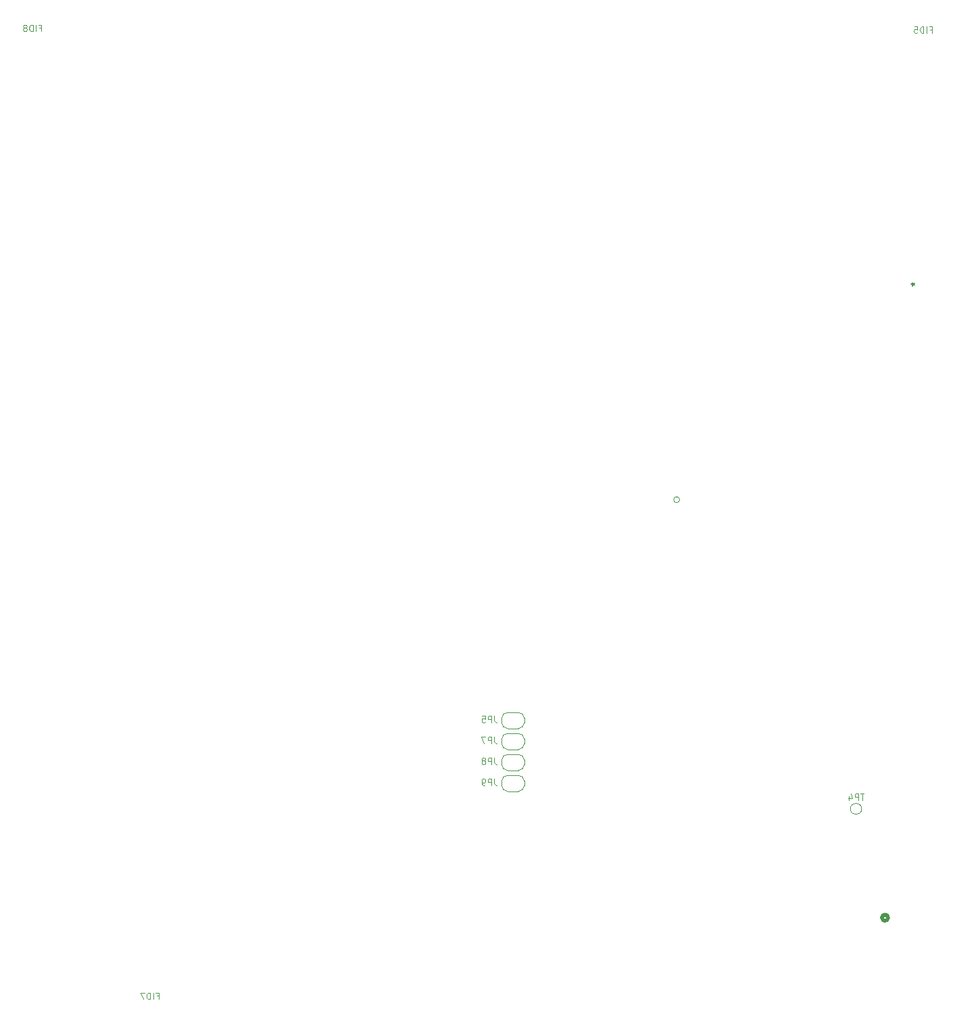
<source format=gbo>
G04 #@! TF.GenerationSoftware,KiCad,Pcbnew,7.0.6-0*
G04 #@! TF.CreationDate,2023-09-12T11:21:30-03:00*
G04 #@! TF.ProjectId,macunaima_rev2.3,6d616375-6e61-4696-9d61-5f726576322e,rev?*
G04 #@! TF.SameCoordinates,Original*
G04 #@! TF.FileFunction,Legend,Bot*
G04 #@! TF.FilePolarity,Positive*
%FSLAX46Y46*%
G04 Gerber Fmt 4.6, Leading zero omitted, Abs format (unit mm)*
G04 Created by KiCad (PCBNEW 7.0.6-0) date 2023-09-12 11:21:30*
%MOMM*%
%LPD*%
G01*
G04 APERTURE LIST*
G04 Aperture macros list*
%AMFreePoly0*
4,1,19,0.500000,-0.750000,0.000000,-0.750000,0.000000,-0.744911,-0.071157,-0.744911,-0.207708,-0.704816,-0.327430,-0.627875,-0.420627,-0.520320,-0.479746,-0.390866,-0.500000,-0.250000,-0.500000,0.250000,-0.479746,0.390866,-0.420627,0.520320,-0.327430,0.627875,-0.207708,0.704816,-0.071157,0.744911,0.000000,0.744911,0.000000,0.750000,0.500000,0.750000,0.500000,-0.750000,0.500000,-0.750000,
$1*%
%AMFreePoly1*
4,1,19,0.000000,0.744911,0.071157,0.744911,0.207708,0.704816,0.327430,0.627875,0.420627,0.520320,0.479746,0.390866,0.500000,0.250000,0.500000,-0.250000,0.479746,-0.390866,0.420627,-0.520320,0.327430,-0.627875,0.207708,-0.704816,0.071157,-0.744911,0.000000,-0.744911,0.000000,-0.750000,-0.500000,-0.750000,-0.500000,0.750000,0.000000,0.750000,0.000000,0.744911,0.000000,0.744911,
$1*%
G04 Aperture macros list end*
%ADD10C,0.150000*%
%ADD11C,0.120000*%
%ADD12C,0.508000*%
%ADD13C,2.000000*%
%ADD14R,1.700000X1.700000*%
%ADD15O,1.700000X1.700000*%
%ADD16C,2.500000*%
%ADD17C,4.000000*%
%ADD18C,4.300000*%
%ADD19C,3.200000*%
%ADD20C,1.500000*%
%ADD21C,3.000000*%
%ADD22C,1.498600*%
%ADD23R,2.000000X2.000000*%
%ADD24C,1.651000*%
%ADD25C,1.143000*%
%ADD26C,3.250000*%
%ADD27R,1.520000X1.520000*%
%ADD28C,1.520000*%
%ADD29C,1.800000*%
%ADD30FreePoly0,180.000000*%
%ADD31FreePoly1,180.000000*%
%ADD32C,1.000000*%
G04 APERTURE END LIST*
D10*
X113938098Y-32933592D02*
X114176193Y-32933592D01*
X114080955Y-33171687D02*
X114176193Y-32933592D01*
X114176193Y-32933592D02*
X114080955Y-32695497D01*
X114366669Y-33076449D02*
X114176193Y-32933592D01*
X114176193Y-32933592D02*
X114366669Y-32790735D01*
D11*
X61713239Y-87022628D02*
X61713239Y-87594056D01*
X61713239Y-87594056D02*
X61751334Y-87708342D01*
X61751334Y-87708342D02*
X61827525Y-87784533D01*
X61827525Y-87784533D02*
X61941810Y-87822628D01*
X61941810Y-87822628D02*
X62018001Y-87822628D01*
X61332286Y-87822628D02*
X61332286Y-87022628D01*
X61332286Y-87022628D02*
X61027524Y-87022628D01*
X61027524Y-87022628D02*
X60951334Y-87060723D01*
X60951334Y-87060723D02*
X60913239Y-87098818D01*
X60913239Y-87098818D02*
X60875143Y-87175009D01*
X60875143Y-87175009D02*
X60875143Y-87289294D01*
X60875143Y-87289294D02*
X60913239Y-87365485D01*
X60913239Y-87365485D02*
X60951334Y-87403580D01*
X60951334Y-87403580D02*
X61027524Y-87441675D01*
X61027524Y-87441675D02*
X61332286Y-87441675D01*
X60151334Y-87022628D02*
X60532286Y-87022628D01*
X60532286Y-87022628D02*
X60570382Y-87403580D01*
X60570382Y-87403580D02*
X60532286Y-87365485D01*
X60532286Y-87365485D02*
X60456096Y-87327390D01*
X60456096Y-87327390D02*
X60265620Y-87327390D01*
X60265620Y-87327390D02*
X60189429Y-87365485D01*
X60189429Y-87365485D02*
X60151334Y-87403580D01*
X60151334Y-87403580D02*
X60113239Y-87479771D01*
X60113239Y-87479771D02*
X60113239Y-87670247D01*
X60113239Y-87670247D02*
X60151334Y-87746437D01*
X60151334Y-87746437D02*
X60189429Y-87784533D01*
X60189429Y-87784533D02*
X60265620Y-87822628D01*
X60265620Y-87822628D02*
X60456096Y-87822628D01*
X60456096Y-87822628D02*
X60532286Y-87784533D01*
X60532286Y-87784533D02*
X60570382Y-87746437D01*
X61713239Y-92271960D02*
X61713239Y-92843388D01*
X61713239Y-92843388D02*
X61751334Y-92957674D01*
X61751334Y-92957674D02*
X61827525Y-93033865D01*
X61827525Y-93033865D02*
X61941810Y-93071960D01*
X61941810Y-93071960D02*
X62018001Y-93071960D01*
X61332286Y-93071960D02*
X61332286Y-92271960D01*
X61332286Y-92271960D02*
X61027524Y-92271960D01*
X61027524Y-92271960D02*
X60951334Y-92310055D01*
X60951334Y-92310055D02*
X60913239Y-92348150D01*
X60913239Y-92348150D02*
X60875143Y-92424341D01*
X60875143Y-92424341D02*
X60875143Y-92538626D01*
X60875143Y-92538626D02*
X60913239Y-92614817D01*
X60913239Y-92614817D02*
X60951334Y-92652912D01*
X60951334Y-92652912D02*
X61027524Y-92691007D01*
X61027524Y-92691007D02*
X61332286Y-92691007D01*
X60418001Y-92614817D02*
X60494191Y-92576722D01*
X60494191Y-92576722D02*
X60532286Y-92538626D01*
X60532286Y-92538626D02*
X60570382Y-92462436D01*
X60570382Y-92462436D02*
X60570382Y-92424341D01*
X60570382Y-92424341D02*
X60532286Y-92348150D01*
X60532286Y-92348150D02*
X60494191Y-92310055D01*
X60494191Y-92310055D02*
X60418001Y-92271960D01*
X60418001Y-92271960D02*
X60265620Y-92271960D01*
X60265620Y-92271960D02*
X60189429Y-92310055D01*
X60189429Y-92310055D02*
X60151334Y-92348150D01*
X60151334Y-92348150D02*
X60113239Y-92424341D01*
X60113239Y-92424341D02*
X60113239Y-92462436D01*
X60113239Y-92462436D02*
X60151334Y-92538626D01*
X60151334Y-92538626D02*
X60189429Y-92576722D01*
X60189429Y-92576722D02*
X60265620Y-92614817D01*
X60265620Y-92614817D02*
X60418001Y-92614817D01*
X60418001Y-92614817D02*
X60494191Y-92652912D01*
X60494191Y-92652912D02*
X60532286Y-92691007D01*
X60532286Y-92691007D02*
X60570382Y-92767198D01*
X60570382Y-92767198D02*
X60570382Y-92919579D01*
X60570382Y-92919579D02*
X60532286Y-92995769D01*
X60532286Y-92995769D02*
X60494191Y-93033865D01*
X60494191Y-93033865D02*
X60418001Y-93071960D01*
X60418001Y-93071960D02*
X60265620Y-93071960D01*
X60265620Y-93071960D02*
X60189429Y-93033865D01*
X60189429Y-93033865D02*
X60151334Y-92995769D01*
X60151334Y-92995769D02*
X60113239Y-92919579D01*
X60113239Y-92919579D02*
X60113239Y-92767198D01*
X60113239Y-92767198D02*
X60151334Y-92691007D01*
X60151334Y-92691007D02*
X60189429Y-92652912D01*
X60189429Y-92652912D02*
X60265620Y-92614817D01*
X4709142Y-837807D02*
X4975808Y-837807D01*
X4975808Y-1256855D02*
X4975808Y-456855D01*
X4975808Y-456855D02*
X4594856Y-456855D01*
X4290094Y-1256855D02*
X4290094Y-456855D01*
X3909142Y-1256855D02*
X3909142Y-456855D01*
X3909142Y-456855D02*
X3718666Y-456855D01*
X3718666Y-456855D02*
X3604380Y-494950D01*
X3604380Y-494950D02*
X3528190Y-571140D01*
X3528190Y-571140D02*
X3490095Y-647331D01*
X3490095Y-647331D02*
X3451999Y-799712D01*
X3451999Y-799712D02*
X3451999Y-913998D01*
X3451999Y-913998D02*
X3490095Y-1066379D01*
X3490095Y-1066379D02*
X3528190Y-1142569D01*
X3528190Y-1142569D02*
X3604380Y-1218760D01*
X3604380Y-1218760D02*
X3718666Y-1256855D01*
X3718666Y-1256855D02*
X3909142Y-1256855D01*
X2994857Y-799712D02*
X3071047Y-761617D01*
X3071047Y-761617D02*
X3109142Y-723521D01*
X3109142Y-723521D02*
X3147238Y-647331D01*
X3147238Y-647331D02*
X3147238Y-609236D01*
X3147238Y-609236D02*
X3109142Y-533045D01*
X3109142Y-533045D02*
X3071047Y-494950D01*
X3071047Y-494950D02*
X2994857Y-456855D01*
X2994857Y-456855D02*
X2842476Y-456855D01*
X2842476Y-456855D02*
X2766285Y-494950D01*
X2766285Y-494950D02*
X2728190Y-533045D01*
X2728190Y-533045D02*
X2690095Y-609236D01*
X2690095Y-609236D02*
X2690095Y-647331D01*
X2690095Y-647331D02*
X2728190Y-723521D01*
X2728190Y-723521D02*
X2766285Y-761617D01*
X2766285Y-761617D02*
X2842476Y-799712D01*
X2842476Y-799712D02*
X2994857Y-799712D01*
X2994857Y-799712D02*
X3071047Y-837807D01*
X3071047Y-837807D02*
X3109142Y-875902D01*
X3109142Y-875902D02*
X3147238Y-952093D01*
X3147238Y-952093D02*
X3147238Y-1104474D01*
X3147238Y-1104474D02*
X3109142Y-1180664D01*
X3109142Y-1180664D02*
X3071047Y-1218760D01*
X3071047Y-1218760D02*
X2994857Y-1256855D01*
X2994857Y-1256855D02*
X2842476Y-1256855D01*
X2842476Y-1256855D02*
X2766285Y-1218760D01*
X2766285Y-1218760D02*
X2728190Y-1180664D01*
X2728190Y-1180664D02*
X2690095Y-1104474D01*
X2690095Y-1104474D02*
X2690095Y-952093D01*
X2690095Y-952093D02*
X2728190Y-875902D01*
X2728190Y-875902D02*
X2766285Y-837807D01*
X2766285Y-837807D02*
X2842476Y-799712D01*
X108023096Y-96782628D02*
X107565953Y-96782628D01*
X107794525Y-97582628D02*
X107794525Y-96782628D01*
X107299286Y-97582628D02*
X107299286Y-96782628D01*
X107299286Y-96782628D02*
X106994524Y-96782628D01*
X106994524Y-96782628D02*
X106918334Y-96820723D01*
X106918334Y-96820723D02*
X106880239Y-96858818D01*
X106880239Y-96858818D02*
X106842143Y-96935009D01*
X106842143Y-96935009D02*
X106842143Y-97049294D01*
X106842143Y-97049294D02*
X106880239Y-97125485D01*
X106880239Y-97125485D02*
X106918334Y-97163580D01*
X106918334Y-97163580D02*
X106994524Y-97201675D01*
X106994524Y-97201675D02*
X107299286Y-97201675D01*
X106156429Y-97049294D02*
X106156429Y-97582628D01*
X106346905Y-96744533D02*
X106537382Y-97315961D01*
X106537382Y-97315961D02*
X106042143Y-97315961D01*
X19405715Y-122081580D02*
X19672381Y-122081580D01*
X19672381Y-122500628D02*
X19672381Y-121700628D01*
X19672381Y-121700628D02*
X19291429Y-121700628D01*
X18986667Y-122500628D02*
X18986667Y-121700628D01*
X18605715Y-122500628D02*
X18605715Y-121700628D01*
X18605715Y-121700628D02*
X18415239Y-121700628D01*
X18415239Y-121700628D02*
X18300953Y-121738723D01*
X18300953Y-121738723D02*
X18224763Y-121814913D01*
X18224763Y-121814913D02*
X18186668Y-121891104D01*
X18186668Y-121891104D02*
X18148572Y-122043485D01*
X18148572Y-122043485D02*
X18148572Y-122157771D01*
X18148572Y-122157771D02*
X18186668Y-122310152D01*
X18186668Y-122310152D02*
X18224763Y-122386342D01*
X18224763Y-122386342D02*
X18300953Y-122462533D01*
X18300953Y-122462533D02*
X18415239Y-122500628D01*
X18415239Y-122500628D02*
X18605715Y-122500628D01*
X17881906Y-121700628D02*
X17348572Y-121700628D01*
X17348572Y-121700628D02*
X17691430Y-122500628D01*
X116275715Y-1051580D02*
X116542381Y-1051580D01*
X116542381Y-1470628D02*
X116542381Y-670628D01*
X116542381Y-670628D02*
X116161429Y-670628D01*
X115856667Y-1470628D02*
X115856667Y-670628D01*
X115475715Y-1470628D02*
X115475715Y-670628D01*
X115475715Y-670628D02*
X115285239Y-670628D01*
X115285239Y-670628D02*
X115170953Y-708723D01*
X115170953Y-708723D02*
X115094763Y-784913D01*
X115094763Y-784913D02*
X115056668Y-861104D01*
X115056668Y-861104D02*
X115018572Y-1013485D01*
X115018572Y-1013485D02*
X115018572Y-1127771D01*
X115018572Y-1127771D02*
X115056668Y-1280152D01*
X115056668Y-1280152D02*
X115094763Y-1356342D01*
X115094763Y-1356342D02*
X115170953Y-1432533D01*
X115170953Y-1432533D02*
X115285239Y-1470628D01*
X115285239Y-1470628D02*
X115475715Y-1470628D01*
X114294763Y-670628D02*
X114675715Y-670628D01*
X114675715Y-670628D02*
X114713811Y-1051580D01*
X114713811Y-1051580D02*
X114675715Y-1013485D01*
X114675715Y-1013485D02*
X114599525Y-975390D01*
X114599525Y-975390D02*
X114409049Y-975390D01*
X114409049Y-975390D02*
X114332858Y-1013485D01*
X114332858Y-1013485D02*
X114294763Y-1051580D01*
X114294763Y-1051580D02*
X114256668Y-1127771D01*
X114256668Y-1127771D02*
X114256668Y-1318247D01*
X114256668Y-1318247D02*
X114294763Y-1394437D01*
X114294763Y-1394437D02*
X114332858Y-1432533D01*
X114332858Y-1432533D02*
X114409049Y-1470628D01*
X114409049Y-1470628D02*
X114599525Y-1470628D01*
X114599525Y-1470628D02*
X114675715Y-1432533D01*
X114675715Y-1432533D02*
X114713811Y-1394437D01*
X61713239Y-94896628D02*
X61713239Y-95468056D01*
X61713239Y-95468056D02*
X61751334Y-95582342D01*
X61751334Y-95582342D02*
X61827525Y-95658533D01*
X61827525Y-95658533D02*
X61941810Y-95696628D01*
X61941810Y-95696628D02*
X62018001Y-95696628D01*
X61332286Y-95696628D02*
X61332286Y-94896628D01*
X61332286Y-94896628D02*
X61027524Y-94896628D01*
X61027524Y-94896628D02*
X60951334Y-94934723D01*
X60951334Y-94934723D02*
X60913239Y-94972818D01*
X60913239Y-94972818D02*
X60875143Y-95049009D01*
X60875143Y-95049009D02*
X60875143Y-95163294D01*
X60875143Y-95163294D02*
X60913239Y-95239485D01*
X60913239Y-95239485D02*
X60951334Y-95277580D01*
X60951334Y-95277580D02*
X61027524Y-95315675D01*
X61027524Y-95315675D02*
X61332286Y-95315675D01*
X60494191Y-95696628D02*
X60341810Y-95696628D01*
X60341810Y-95696628D02*
X60265620Y-95658533D01*
X60265620Y-95658533D02*
X60227524Y-95620437D01*
X60227524Y-95620437D02*
X60151334Y-95506152D01*
X60151334Y-95506152D02*
X60113239Y-95353771D01*
X60113239Y-95353771D02*
X60113239Y-95049009D01*
X60113239Y-95049009D02*
X60151334Y-94972818D01*
X60151334Y-94972818D02*
X60189429Y-94934723D01*
X60189429Y-94934723D02*
X60265620Y-94896628D01*
X60265620Y-94896628D02*
X60418001Y-94896628D01*
X60418001Y-94896628D02*
X60494191Y-94934723D01*
X60494191Y-94934723D02*
X60532286Y-94972818D01*
X60532286Y-94972818D02*
X60570382Y-95049009D01*
X60570382Y-95049009D02*
X60570382Y-95239485D01*
X60570382Y-95239485D02*
X60532286Y-95315675D01*
X60532286Y-95315675D02*
X60494191Y-95353771D01*
X60494191Y-95353771D02*
X60418001Y-95391866D01*
X60418001Y-95391866D02*
X60265620Y-95391866D01*
X60265620Y-95391866D02*
X60189429Y-95353771D01*
X60189429Y-95353771D02*
X60151334Y-95315675D01*
X60151334Y-95315675D02*
X60113239Y-95239485D01*
X61713239Y-89647294D02*
X61713239Y-90218722D01*
X61713239Y-90218722D02*
X61751334Y-90333008D01*
X61751334Y-90333008D02*
X61827525Y-90409199D01*
X61827525Y-90409199D02*
X61941810Y-90447294D01*
X61941810Y-90447294D02*
X62018001Y-90447294D01*
X61332286Y-90447294D02*
X61332286Y-89647294D01*
X61332286Y-89647294D02*
X61027524Y-89647294D01*
X61027524Y-89647294D02*
X60951334Y-89685389D01*
X60951334Y-89685389D02*
X60913239Y-89723484D01*
X60913239Y-89723484D02*
X60875143Y-89799675D01*
X60875143Y-89799675D02*
X60875143Y-89913960D01*
X60875143Y-89913960D02*
X60913239Y-89990151D01*
X60913239Y-89990151D02*
X60951334Y-90028246D01*
X60951334Y-90028246D02*
X61027524Y-90066341D01*
X61027524Y-90066341D02*
X61332286Y-90066341D01*
X60608477Y-89647294D02*
X60075143Y-89647294D01*
X60075143Y-89647294D02*
X60418001Y-90447294D01*
D12*
X111029619Y-112299296D02*
G75*
G03*
X111029619Y-112299296I-381000J0D01*
G01*
D11*
X84927098Y-59942001D02*
G75*
G03*
X84927098Y-59942001I-381000J0D01*
G01*
X65440573Y-87892773D02*
X65440573Y-87292773D01*
X64740573Y-86592773D02*
X63340573Y-86592773D01*
X63340573Y-88592773D02*
X64740573Y-88592773D01*
X62640573Y-87292773D02*
X62640573Y-87892773D01*
X64740573Y-88592773D02*
G75*
G03*
X65440573Y-87892773I1J699999D01*
G01*
X65440573Y-87292773D02*
G75*
G03*
X64740573Y-86592773I-699999J1D01*
G01*
X62640573Y-87892773D02*
G75*
G03*
X63340573Y-88592773I700000J0D01*
G01*
X63340573Y-86592773D02*
G75*
G03*
X62640573Y-87292773I0J-700000D01*
G01*
X65440573Y-93142105D02*
X65440573Y-92542105D01*
X64740573Y-91842105D02*
X63340573Y-91842105D01*
X63340573Y-93842105D02*
X64740573Y-93842105D01*
X62640573Y-92542105D02*
X62640573Y-93142105D01*
X64740573Y-93842105D02*
G75*
G03*
X65440573Y-93142105I1J699999D01*
G01*
X65440573Y-92542105D02*
G75*
G03*
X64740573Y-91842105I-699999J1D01*
G01*
X62640573Y-93142105D02*
G75*
G03*
X63340573Y-93842105I700000J0D01*
G01*
X63340573Y-91842105D02*
G75*
G03*
X62640573Y-92542105I0J-700000D01*
G01*
X107713573Y-98666773D02*
G75*
G03*
X107713573Y-98666773I-700000J0D01*
G01*
X65440573Y-95766773D02*
X65440573Y-95166773D01*
X64740573Y-94466773D02*
X63340573Y-94466773D01*
X63340573Y-96466773D02*
X64740573Y-96466773D01*
X62640573Y-95166773D02*
X62640573Y-95766773D01*
X64740573Y-96466773D02*
G75*
G03*
X65440573Y-95766773I1J699999D01*
G01*
X65440573Y-95166773D02*
G75*
G03*
X64740573Y-94466773I-699999J1D01*
G01*
X62640573Y-95766773D02*
G75*
G03*
X63340573Y-96466773I700000J0D01*
G01*
X63340573Y-94466773D02*
G75*
G03*
X62640573Y-95166773I0J-700000D01*
G01*
X65440573Y-90517439D02*
X65440573Y-89917439D01*
X64740573Y-89217439D02*
X63340573Y-89217439D01*
X63340573Y-91217439D02*
X64740573Y-91217439D01*
X62640573Y-89917439D02*
X62640573Y-90517439D01*
X64740573Y-91217439D02*
G75*
G03*
X65440573Y-90517439I1J699999D01*
G01*
X65440573Y-89917439D02*
G75*
G03*
X64740573Y-89217439I-699999J1D01*
G01*
X62640573Y-90517439D02*
G75*
G03*
X63340573Y-91217439I700000J0D01*
G01*
X63340573Y-89217439D02*
G75*
G03*
X62640573Y-89917439I0J-700000D01*
G01*
%LPC*%
D13*
X8682000Y-104946000D03*
X8682000Y-108756000D03*
D14*
X114534000Y-127435000D03*
D15*
X111994000Y-127435000D03*
X109454000Y-127435000D03*
X106914000Y-127435000D03*
D13*
X34078573Y-132496773D03*
X22678573Y-132496773D03*
D16*
X23495964Y-116861773D03*
X30245964Y-116861773D03*
D17*
X59245964Y-40861773D03*
X64745964Y-40861773D03*
D18*
X122093573Y-6696773D03*
X22542000Y-4578000D03*
D14*
X128050000Y-76210000D03*
D15*
X128050000Y-78750000D03*
X128050000Y-81290000D03*
X128050000Y-83830000D03*
D19*
X108818573Y-146436773D03*
X121518573Y-146436773D03*
D20*
X118738573Y-144086773D03*
X117718573Y-142306773D03*
X116698573Y-144086773D03*
X115678573Y-142306773D03*
X114658573Y-144086773D03*
X113638573Y-142306773D03*
X112618573Y-144086773D03*
X111598573Y-142306773D03*
D21*
X107018573Y-142936773D03*
X123318573Y-142936773D03*
D19*
X53318573Y-146436773D03*
X66018573Y-146436773D03*
D20*
X63238573Y-144086773D03*
X62218573Y-142306773D03*
X61198573Y-144086773D03*
X60178573Y-142306773D03*
X59158573Y-144086773D03*
X58138573Y-142306773D03*
X57118573Y-144086773D03*
X56098573Y-142306773D03*
D21*
X51518573Y-142936773D03*
X67818573Y-142936773D03*
D22*
X122672619Y-121240296D03*
X122672619Y-113240296D03*
D13*
X8088573Y-43908573D03*
X3088573Y-43908573D03*
X8088573Y-48908573D03*
X3088573Y-48908573D03*
D14*
X51942000Y-125379000D03*
D15*
X51942000Y-127919000D03*
X51942000Y-130459000D03*
X51942000Y-132999000D03*
D23*
X6490573Y-27106573D03*
X1440573Y-27106573D03*
X6490573Y-32156573D03*
X1440573Y-32156573D03*
D21*
X23968573Y-141391773D03*
X29048573Y-141391773D03*
D24*
X88898997Y-55842002D03*
D25*
X113898999Y-55842002D03*
D26*
X73193573Y-146436773D03*
X101643573Y-146436773D03*
D20*
X98868573Y-143896773D03*
X97848573Y-142116773D03*
X96828573Y-143896773D03*
X95808573Y-142116773D03*
X94788573Y-143896773D03*
X93768573Y-142116773D03*
X92748573Y-143896773D03*
X91728573Y-142116773D03*
X83108573Y-143896773D03*
X82088573Y-142116773D03*
X81068573Y-143896773D03*
X80048573Y-142116773D03*
X79028573Y-143896773D03*
X78008573Y-142116773D03*
X76988573Y-143896773D03*
X75968573Y-142116773D03*
D21*
X103418573Y-142636773D03*
X71418573Y-142636773D03*
D14*
X128125000Y-91710000D03*
D15*
X128125000Y-89170000D03*
D21*
X5771573Y-79955823D03*
X5771573Y-84635823D03*
D27*
X10091573Y-86795823D03*
D28*
X10091573Y-83795823D03*
X10091573Y-80795823D03*
X10091573Y-77795823D03*
X13091573Y-86795823D03*
X13091573Y-83795823D03*
X13091573Y-80795823D03*
X13091573Y-77795823D03*
D21*
X37943573Y-141411773D03*
X42643573Y-141411773D03*
X47343573Y-141411773D03*
D18*
X125838573Y-134166773D03*
D29*
X24858573Y-124516773D03*
X32358573Y-127416773D03*
D13*
X8143573Y-56728573D03*
X3143573Y-56728573D03*
X8143573Y-61728573D03*
X3143573Y-61728573D03*
D18*
X5739573Y-145608573D03*
D13*
X8682000Y-122529000D03*
X8682000Y-126339000D03*
D30*
X64690573Y-87592773D03*
D31*
X63390573Y-87592773D03*
D30*
X64690573Y-92842105D03*
D31*
X63390573Y-92842105D03*
D13*
X3852000Y-2893000D03*
D32*
X107013573Y-98666773D03*
D13*
X18548573Y-124136773D03*
X115418573Y-3106773D03*
D30*
X64690573Y-95466773D03*
D31*
X63390573Y-95466773D03*
D30*
X64690573Y-90217439D03*
D31*
X63390573Y-90217439D03*
%LPD*%
M02*

</source>
